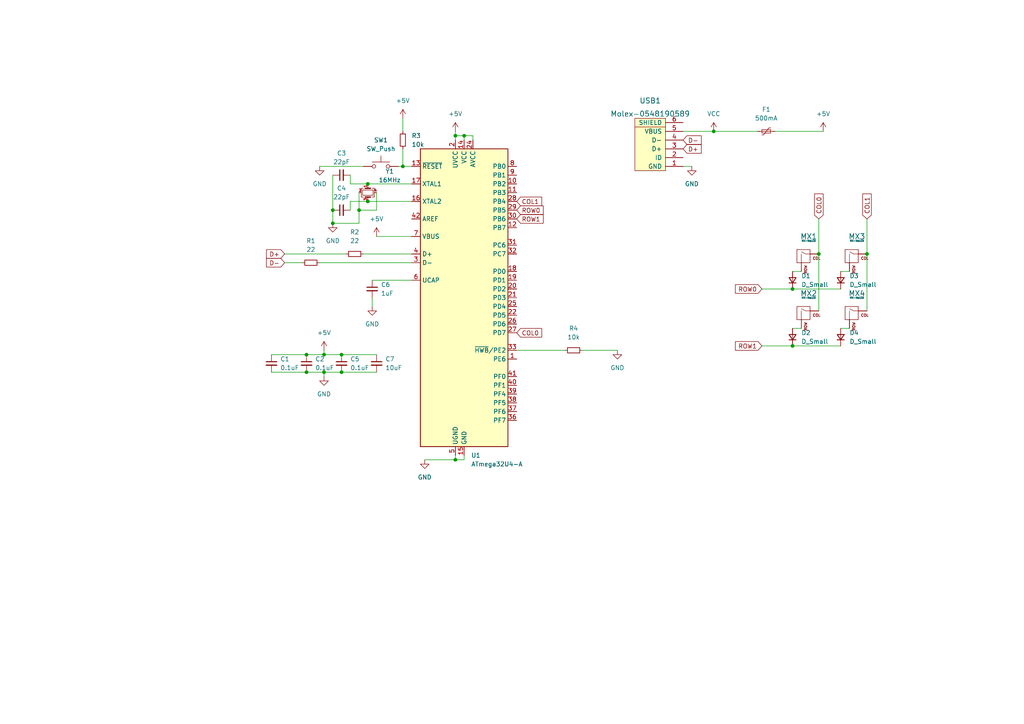
<source format=kicad_sch>
(kicad_sch (version 20211123) (generator eeschema)
  (paper "A4")
  (lib_symbols
    (symbol "Device:C_Small" (pin_numbers hide) (pin_names (offset 0.254) hide)
      (property "Reference" "C" (at 0.254 1.778 0))
      (property "Value" "C_Small" (at 0.254 -2.032 0))
      (symbol "C_Small_0_1"
        (polyline (pts (xy -1.524 -0.508) (xy 1.524 -0.508)) (stroke (width 0.3302)))
        (polyline (pts (xy -1.524 0.508) (xy 1.524 0.508)) (stroke (width 0.3048)))
      )
      (symbol "C_Small_1_1"
        (pin passive line (at 0 2.54 270) (length 2.032) (name "~") (number "1"))
        (pin passive line (at 0 -2.54 90) (length 2.032) (name "~") (number "2"))
      )
    )
    (symbol "Device:Crystal_GND24_Small" (pin_names (offset 1.016) hide)
      (property "Reference" "Y" (at 1.27 4.445 0))
      (property "Value" "Crystal_GND24_Small" (at 1.27 2.54 0))
      (symbol "Crystal_GND24_Small_0_1"
        (rectangle (start -0.762 -1.524) (end 0.762 1.524))
        (polyline (pts (xy -1.27 -0.762) (xy -1.27 0.762)) (stroke (width 0.381)))
        (polyline (pts (xy 1.27 -0.762) (xy 1.27 0.762)) (stroke (width 0.381)))
        (polyline (pts (xy -1.27 -1.27) (xy -1.27 -1.905) (xy 1.27 -1.905) (xy 1.27 -1.27)))
        (polyline (pts (xy -1.27 1.27) (xy -1.27 1.905) (xy 1.27 1.905) (xy 1.27 1.27)))
      )
      (symbol "Crystal_GND24_Small_1_1"
        (pin passive line (at -2.54 0 0) (length 1.27) (name "1") (number "1"))
        (pin passive line (at 0 -2.54 90) (length 0.635) (name "2") (number "2"))
        (pin passive line (at 2.54 0 180) (length 1.27) (name "3") (number "3"))
        (pin passive line (at 0 2.54 270) (length 0.635) (name "4") (number "4"))
      )
    )
    (symbol "Device:D_Small" (pin_numbers hide) (pin_names (offset 0.254) hide)
      (property "Reference" "D" (at -1.27 2.032 0))
      (property "Value" "D_Small" (at -3.81 -2.032 0))
      (symbol "D_Small_0_1"
        (polyline (pts (xy -0.762 -1.016) (xy -0.762 1.016)) (stroke (width 0.254)))
        (polyline (pts (xy -0.762 0) (xy 0.762 0)))
        (polyline (pts (xy 0.762 -1.016) (xy -0.762 0) (xy 0.762 1.016) (xy 0.762 -1.016)) (stroke (width 0.254)))
      )
      (symbol "D_Small_1_1"
        (pin passive line (at -2.54 0 0) (length 1.778) (name "K") (number "1"))
        (pin passive line (at 2.54 0 180) (length 1.778) (name "A") (number "2"))
      )
    )
    (symbol "Device:Polyfuse_Small" (pin_numbers hide) (pin_names (offset 0))
      (property "Reference" "F" (at -1.905 0 90))
      (property "Value" "Polyfuse_Small" (at 1.905 0 90))
      (symbol "Polyfuse_Small_0_1"
        (rectangle (start -0.508 1.27) (end 0.508 -1.27))
        (polyline (pts (xy 0 2.54) (xy 0 -2.54)))
        (polyline (pts (xy -1.016 1.27) (xy -1.016 0.762) (xy 1.016 -0.762) (xy 1.016 -1.27)))
      )
      (symbol "Polyfuse_Small_1_1"
        (pin passive line (at 0 2.54 270) (length 0.635) (name "~") (number "1"))
        (pin passive line (at 0 -2.54 90) (length 0.635) (name "~") (number "2"))
      )
    )
    (symbol "Device:R_Small" (pin_numbers hide) (pin_names (offset 0.254) hide)
      (property "Reference" "R" (at 0.762 0.508 0))
      (property "Value" "R_Small" (at 0.762 -1.016 0))
      (symbol "R_Small_0_1"
        (rectangle (start -0.762 1.778) (end 0.762 -1.778) (stroke (width 0.2032)))
      )
      (symbol "R_Small_1_1"
        (pin passive line (at 0 2.54 270) (length 0.762) (name "~") (number "1"))
        (pin passive line (at 0 -2.54 90) (length 0.762) (name "~") (number "2"))
      )
    )
    (symbol "MCU_Microchip_ATmega:ATmega32U4-A"
      (property "Reference" "U" (at -12.7 44.45 0))
      (property "Value" "ATmega32U4-A" (at 2.54 -44.45 0))
      (symbol "ATmega32U4-A_0_1"
        (rectangle (start -12.7 -43.18) (end 12.7 43.18) (stroke (width 0.254)) (fill (type background)))
      )
      (symbol "ATmega32U4-A_1_1"
        (pin bidirectional line (at 15.24 -17.78 180) (length 2.54) (name "PE6") (number "1"))
        (pin bidirectional line (at 15.24 33.02 180) (length 2.54) (name "PB2") (number "10"))
        (pin bidirectional line (at 15.24 30.48 180) (length 2.54) (name "PB3") (number "11"))
        (pin bidirectional line (at 15.24 20.32 180) (length 2.54) (name "PB7") (number "12"))
        (pin input line (at -15.24 38.1 0) (length 2.54) (name "~{RESET}") (number "13"))
        (pin power_in line (at 0 45.72 270) (length 2.54) (name "VCC") (number "14"))
        (pin power_in line (at 0 -45.72 90) (length 2.54) (name "GND") (number "15"))
        (pin output line (at -15.24 27.94 0) (length 2.54) (name "XTAL2") (number "16"))
        (pin input line (at -15.24 33.02 0) (length 2.54) (name "XTAL1") (number "17"))
        (pin bidirectional line (at 15.24 7.62 180) (length 2.54) (name "PD0") (number "18"))
        (pin bidirectional line (at 15.24 5.08 180) (length 2.54) (name "PD1") (number "19"))
        (pin power_in line (at -2.54 45.72 270) (length 2.54) (name "UVCC") (number "2"))
        (pin bidirectional line (at 15.24 2.54 180) (length 2.54) (name "PD2") (number "20"))
        (pin bidirectional line (at 15.24 0 180) (length 2.54) (name "PD3") (number "21"))
        (pin bidirectional line (at 15.24 -5.08 180) (length 2.54) (name "PD5") (number "22"))
        (pin passive line (at 0 -45.72 90) (length 2.54) hide (name "GND") (number "23"))
        (pin power_in line (at 2.54 45.72 270) (length 2.54) (name "AVCC") (number "24"))
        (pin bidirectional line (at 15.24 -2.54 180) (length 2.54) (name "PD4") (number "25"))
        (pin bidirectional line (at 15.24 -7.62 180) (length 2.54) (name "PD6") (number "26"))
        (pin bidirectional line (at 15.24 -10.16 180) (length 2.54) (name "PD7") (number "27"))
        (pin bidirectional line (at 15.24 27.94 180) (length 2.54) (name "PB4") (number "28"))
        (pin bidirectional line (at 15.24 25.4 180) (length 2.54) (name "PB5") (number "29"))
        (pin bidirectional line (at -15.24 10.16 0) (length 2.54) (name "D-") (number "3"))
        (pin bidirectional line (at 15.24 22.86 180) (length 2.54) (name "PB6") (number "30"))
        (pin bidirectional line (at 15.24 15.24 180) (length 2.54) (name "PC6") (number "31"))
        (pin bidirectional line (at 15.24 12.7 180) (length 2.54) (name "PC7") (number "32"))
        (pin bidirectional line (at 15.24 -15.24 180) (length 2.54) (name "~{HWB}/PE2") (number "33"))
        (pin passive line (at 0 45.72 270) (length 2.54) hide (name "VCC") (number "34"))
        (pin passive line (at 0 -45.72 90) (length 2.54) hide (name "GND") (number "35"))
        (pin bidirectional line (at 15.24 -35.56 180) (length 2.54) (name "PF7") (number "36"))
        (pin bidirectional line (at 15.24 -33.02 180) (length 2.54) (name "PF6") (number "37"))
        (pin bidirectional line (at 15.24 -30.48 180) (length 2.54) (name "PF5") (number "38"))
        (pin bidirectional line (at 15.24 -27.94 180) (length 2.54) (name "PF4") (number "39"))
        (pin bidirectional line (at -15.24 12.7 0) (length 2.54) (name "D+") (number "4"))
        (pin bidirectional line (at 15.24 -25.4 180) (length 2.54) (name "PF1") (number "40"))
        (pin bidirectional line (at 15.24 -22.86 180) (length 2.54) (name "PF0") (number "41"))
        (pin passive line (at -15.24 22.86 0) (length 2.54) (name "AREF") (number "42"))
        (pin passive line (at 0 -45.72 90) (length 2.54) hide (name "GND") (number "43"))
        (pin passive line (at 2.54 45.72 270) (length 2.54) hide (name "AVCC") (number "44"))
        (pin passive line (at -2.54 -45.72 90) (length 2.54) (name "UGND") (number "5"))
        (pin passive line (at -15.24 5.08 0) (length 2.54) (name "UCAP") (number "6"))
        (pin input line (at -15.24 17.78 0) (length 2.54) (name "VBUS") (number "7"))
        (pin bidirectional line (at 15.24 38.1 180) (length 2.54) (name "PB0") (number "8"))
        (pin bidirectional line (at 15.24 35.56 180) (length 2.54) (name "PB1") (number "9"))
      )
    )
    (symbol "MX_Alps_Hybrid:MX-NoLED" (pin_names (offset 1.016))
      (property "Reference" "MX" (at -0.635 3.81 0))
      (property "Value" "MX-NoLED" (at -0.635 1.27 0))
      (symbol "MX-NoLED_0_0"
        (rectangle (start -2.54 2.54) (end 1.27 -1.27))
        (polyline (pts (xy -1.27 -1.27) (xy -1.27 1.27)) (stroke (width 0.127)))
        (polyline (pts (xy 1.27 1.27) (xy 0 1.27) (xy -1.27 1.905)) (stroke (width 0.127)))
        (text "COL" (at 3.175 0 0) (effects (font (size 0.762 0.762))))
        (text "ROW" (at 0 -1.905 900) (effects (font (size 0.762 0.762)) (justify right)))
      )
      (symbol "MX-NoLED_1_1"
        (pin passive line (at 3.81 1.27 180) (length 2.54) (name "COL") (number "1"))
        (pin passive line (at -1.27 -3.81 90) (length 2.54) (name "ROW") (number "2"))
      )
    )
    (symbol "Switch:SW_Push" (pin_numbers hide) (pin_names (offset 1.016) hide)
      (property "Reference" "SW" (at 1.27 2.54 0))
      (property "Value" "SW_Push" (at 0 -1.524 0))
      (symbol "SW_Push_0_1"
        (circle (center -2.032 0) (radius 0.508))
        (polyline (pts (xy 0 1.27) (xy 0 3.048)))
        (polyline (pts (xy 2.54 1.27) (xy -2.54 1.27)))
        (circle (center 2.032 0) (radius 0.508))
        (pin passive line (at -5.08 0 0) (length 2.54) (name "1") (number "1"))
        (pin passive line (at 5.08 0 180) (length 2.54) (name "2") (number "2"))
      )
    )
    (symbol "power:+5V" (power) (pin_names (offset 0))
      (property "Value" "+5V" (at 0 3.556 0))
      (symbol "+5V_0_1"
        (polyline (pts (xy -0.762 1.27) (xy 0 2.54)))
        (polyline (pts (xy 0 0) (xy 0 2.54)))
        (polyline (pts (xy 0 2.54) (xy 0.762 1.27)))
      )
      (symbol "+5V_1_1"
        (pin power_in line (at 0 0 90) (length 0) hide (name "+5V") (number "1"))
      )
    )
    (symbol "power:GND" (power) (pin_names (offset 0))
      (property "Value" "GND" (at 0 -3.81 0))
      (symbol "GND_0_1"
        (polyline (pts (xy 0 0) (xy 0 -1.27) (xy 1.27 -1.27) (xy 0 -2.54) (xy -1.27 -1.27) (xy 0 -1.27)))
      )
      (symbol "GND_1_1"
        (pin power_in line (at 0 0 270) (length 0) hide (name "GND") (number "1"))
      )
    )
    (symbol "power:VCC" (power) (pin_names (offset 0))
      (property "Value" "VCC" (at 0 3.81 0))
      (symbol "VCC_0_1"
        (polyline (pts (xy -0.762 1.27) (xy 0 2.54)))
        (polyline (pts (xy 0 0) (xy 0 2.54)))
        (polyline (pts (xy 0 2.54) (xy 0.762 1.27)))
      )
      (symbol "VCC_1_1"
        (pin power_in line (at 0 0 90) (length 0) hide (name "VCC") (number "1"))
      )
    )
    (symbol "random-keyboard-parts:Molex-0548190589" (pin_names (offset 1.016))
      (property "Reference" "USB" (at 0 7.62 0))
      (property "Value" "Molex-0548190589" (at 0 10.16 0))
      (symbol "Molex-0548190589_0_0"
        (polyline (pts (xy 6.35 -2.54) (xy 6.35 6.35)))
        (rectangle (start 8.89 -2.54) (end -6.35 6.35) (fill (type background)))
      )
      (symbol "Molex-0548190589_1_1"
        (pin input line (at -5.08 -7.62 90) (length 5.08) (name "GND") (number "1"))
        (pin input line (at -2.54 -7.62 90) (length 5.08) (name "ID") (number "2"))
        (pin input line (at 0 -7.62 90) (length 5.08) (name "D+") (number "3"))
        (pin input line (at 2.54 -7.62 90) (length 5.08) (name "D-") (number "4"))
        (pin input line (at 5.08 -7.62 90) (length 5.08) (name "VBUS") (number "5"))
        (pin input line (at 7.62 -7.62 90) (length 5.08) (name "SHIELD") (number "6"))
      )
    )
  )
  (junction (at 116.84 48.26))
  (junction (at 207.01 38.1))
  (junction (at 251.46 73.66))
  (junction (at 96.52 60.96))
  (junction (at 99.06 107.95))
  (junction (at 93.98 102.87))
  (junction (at 104.14 60.96))
  (junction (at 96.52 64.77))
  (junction (at 93.98 107.95))
  (junction (at 229.87 100.33))
  (junction (at 134.62 39.37))
  (junction (at 88.9 102.87))
  (junction (at 106.68 53.34))
  (junction (at 88.9 107.95))
  (junction (at 132.08 133.35))
  (junction (at 132.08 39.37))
  (junction (at 99.06 102.87))
  (junction (at 237.49 73.66))
  (junction (at 106.68 58.42))
  (junction (at 229.87 83.82))
  (wire (pts (xy 101.6 53.34) (xy 101.6 50.8)))
  (wire (pts (xy 93.98 107.95) (xy 93.98 109.22)))
  (wire (pts (xy 237.49 73.66) (xy 237.49 90.17)))
  (wire (pts (xy 137.16 39.37) (xy 134.62 39.37)))
  (wire (pts (xy 229.87 100.33) (xy 243.84 100.33)))
  (wire (pts (xy 116.84 43.18) (xy 116.84 48.26)))
  (wire (pts (xy 92.71 76.2) (xy 119.38 76.2)))
  (wire (pts (xy 224.79 38.1) (xy 238.76 38.1)))
  (wire (pts (xy 106.68 58.42) (xy 119.38 58.42)))
  (wire (pts (xy 101.6 58.42) (xy 106.68 58.42)))
  (wire (pts (xy 96.52 50.8) (xy 96.52 60.96)))
  (wire (pts (xy 96.52 64.77) (xy 104.14 64.77)))
  (wire (pts (xy 99.06 102.87) (xy 93.98 102.87)))
  (wire (pts (xy 115.57 48.26) (xy 116.84 48.26)))
  (wire (pts (xy 116.84 48.26) (xy 119.38 48.26)))
  (wire (pts (xy 243.84 95.25) (xy 246.38 95.25)))
  (wire (pts (xy 229.87 78.74) (xy 232.41 78.74)))
  (wire (pts (xy 116.84 34.29) (xy 116.84 38.1)))
  (wire (pts (xy 109.22 55.88) (xy 109.22 60.96)))
  (wire (pts (xy 198.12 38.1) (xy 207.01 38.1)))
  (wire (pts (xy 137.16 40.64) (xy 137.16 39.37)))
  (wire (pts (xy 82.55 73.66) (xy 100.33 73.66)))
  (wire (pts (xy 243.84 78.74) (xy 246.38 78.74)))
  (wire (pts (xy 134.62 39.37) (xy 132.08 39.37)))
  (wire (pts (xy 96.52 60.96) (xy 96.52 64.77)))
  (wire (pts (xy 220.98 83.82) (xy 229.87 83.82)))
  (wire (pts (xy 104.14 60.96) (xy 104.14 64.77)))
  (wire (pts (xy 132.08 39.37) (xy 132.08 38.1)))
  (wire (pts (xy 229.87 95.25) (xy 232.41 95.25)))
  (wire (pts (xy 99.06 107.95) (xy 109.22 107.95)))
  (wire (pts (xy 104.14 55.88) (xy 104.14 60.96)))
  (wire (pts (xy 198.12 48.26) (xy 200.66 48.26)))
  (wire (pts (xy 168.91 101.6) (xy 179.07 101.6)))
  (wire (pts (xy 92.71 48.26) (xy 105.41 48.26)))
  (wire (pts (xy 93.98 107.95) (xy 99.06 107.95)))
  (wire (pts (xy 109.22 68.58) (xy 119.38 68.58)))
  (wire (pts (xy 82.55 76.2) (xy 87.63 76.2)))
  (wire (pts (xy 107.95 86.36) (xy 107.95 88.9)))
  (wire (pts (xy 134.62 39.37) (xy 134.62 40.64)))
  (wire (pts (xy 88.9 102.87) (xy 93.98 102.87)))
  (wire (pts (xy 88.9 107.95) (xy 93.98 107.95)))
  (wire (pts (xy 132.08 132.08) (xy 132.08 133.35)))
  (wire (pts (xy 106.68 53.34) (xy 101.6 53.34)))
  (wire (pts (xy 78.74 107.95) (xy 88.9 107.95)))
  (wire (pts (xy 251.46 63.5) (xy 251.46 73.66)))
  (wire (pts (xy 132.08 133.35) (xy 123.19 133.35)))
  (wire (pts (xy 251.46 73.66) (xy 251.46 90.17)))
  (wire (pts (xy 109.22 60.96) (xy 104.14 60.96)))
  (wire (pts (xy 105.41 73.66) (xy 119.38 73.66)))
  (wire (pts (xy 107.95 81.28) (xy 119.38 81.28)))
  (wire (pts (xy 93.98 101.6) (xy 93.98 102.87)))
  (wire (pts (xy 207.01 38.1) (xy 219.71 38.1)))
  (wire (pts (xy 106.68 53.34) (xy 119.38 53.34)))
  (wire (pts (xy 149.86 101.6) (xy 163.83 101.6)))
  (wire (pts (xy 78.74 102.87) (xy 88.9 102.87)))
  (wire (pts (xy 134.62 133.35) (xy 132.08 133.35)))
  (wire (pts (xy 132.08 39.37) (xy 132.08 40.64)))
  (wire (pts (xy 220.98 100.33) (xy 229.87 100.33)))
  (wire (pts (xy 101.6 60.96) (xy 101.6 58.42)))
  (wire (pts (xy 229.87 83.82) (xy 243.84 83.82)))
  (wire (pts (xy 99.06 102.87) (xy 109.22 102.87)))
  (wire (pts (xy 134.62 132.08) (xy 134.62 133.35)))
  (wire (pts (xy 237.49 63.5) (xy 237.49 73.66)))
  (global_label "D+" (shape input) (at 198.12 43.18 0) (property "Intersheet References" "${INTERSHEET_REFS}" (effects hide)))
  (global_label "ROW1" (shape input) (at 149.86 63.5 0) (property "Intersheet References" "${INTERSHEET_REFS}" (effects hide)))
  (global_label "COL0" (shape input) (at 149.86 96.52 0) (property "Intersheet References" "${INTERSHEET_REFS}" (effects hide)))
  (global_label "COL1" (shape input) (at 251.46 63.5 90) (property "Intersheet References" "${INTERSHEET_REFS}" (effects hide)))
  (global_label "D+" (shape input) (at 82.55 73.66 180) (property "Intersheet References" "${INTERSHEET_REFS}" (effects hide)))
  (global_label "ROW0" (shape input) (at 149.86 60.96 0) (property "Intersheet References" "${INTERSHEET_REFS}" (effects hide)))
  (global_label "COL0" (shape input) (at 237.49 63.5 90) (property "Intersheet References" "${INTERSHEET_REFS}" (effects hide)))
  (global_label "COL1" (shape input) (at 149.86 58.42 0) (property "Intersheet References" "${INTERSHEET_REFS}" (effects hide)))
  (global_label "D-" (shape input) (at 198.12 40.64 0) (property "Intersheet References" "${INTERSHEET_REFS}" (effects hide)))
  (global_label "ROW1" (shape input) (at 220.98 100.33 180) (property "Intersheet References" "${INTERSHEET_REFS}" (effects hide)))
  (global_label "ROW0" (shape input) (at 220.98 83.82 180) (property "Intersheet References" "${INTERSHEET_REFS}" (effects hide)))
  (global_label "D-" (shape input) (at 82.55 76.2 180) (property "Intersheet References" "${INTERSHEET_REFS}" (effects hide)))
  (symbol (lib_id "Switch:SW_Push") (at 110.49 48.26 0) (unit 1)
    (property "Reference" "SW1" (at 110.49 40.64 0))
    (property "Value" "SW_Push" (at 110.49 43.18 0))
    (property "Footprint" "random-keyboard-parts:SKQG-1155865" (effects hide))
  )
  (symbol (lib_id "power:+5V") (at 109.22 68.58 0) (unit 1)
    (property "Reference" "#PWR0103" (effects hide))
    (property "Value" "+5V" (at 109.22 63.5 0))
  )
  (symbol (lib_id "Device:C_Small") (at 109.22 105.41 0) (unit 1)
    (property "Reference" "C7" (at 111.76 104.1462 0) (effects (justify left)))
    (property "Value" "10uF" (at 111.76 106.6862 0) (effects (justify left)))
    (property "Footprint" "Capacitor_SMD:C_0805_2012Metric" (effects hide))
  )
  (symbol (lib_id "Device:D_Small") (at 243.84 81.28 90) (unit 1)
    (property "Reference" "D3" (at 246.38 80.0099 90) (effects (justify right)))
    (property "Value" "D_Small" (at 246.38 82.5499 90) (effects (justify right)))
    (property "Footprint" "Diode_SMD:D_SOD-123" (effects hide))
  )
  (symbol (lib_id "Device:D_Small") (at 229.87 81.28 90) (unit 1)
    (property "Reference" "D1" (at 232.41 80.0099 90) (effects (justify right)))
    (property "Value" "D_Small" (at 232.41 82.5499 90) (effects (justify right)))
    (property "Footprint" "Diode_SMD:D_SOD-123" (effects hide))
  )
  (symbol (lib_id "Device:C_Small") (at 88.9 105.41 0) (unit 1)
    (property "Reference" "C2" (at 91.44 104.1462 0) (effects (justify left)))
    (property "Value" "0.1uF" (at 91.44 106.6862 0) (effects (justify left)))
    (property "Footprint" "Capacitor_SMD:C_0805_2012Metric" (effects hide))
  )
  (symbol (lib_id "Device:Crystal_GND24_Small") (at 106.68 55.88 270) (unit 1)
    (property "Reference" "Y1" (at 113.03 50.4188 90) (effects (justify bottom)))
    (property "Value" "16MHz" (at 113.03 52.9588 90) (effects (justify bottom)))
    (property "Footprint" "Crystal:Crystal_SMD_3225-4Pin_3.2x2.5mm" (effects hide))
  )
  (symbol (lib_id "random-keyboard-parts:Molex-0548190589") (at 190.5 43.18 90) (unit 1)
    (property "Reference" "USB1" (at 188.595 29.21 90) (effects (font (size 1.524 1.524))))
    (property "Value" "Molex-0548190589" (at 188.595 33.02 90) (effects (font (size 1.524 1.524))))
    (property "Footprint" "random-keyboard-parts:Molex-0548190589" (effects hide))
  )
  (symbol (lib_id "Device:R_Small") (at 90.17 76.2 90) (unit 1)
    (property "Reference" "R1" (at 90.17 69.85 90))
    (property "Value" "22" (at 90.17 72.39 90))
    (property "Footprint" "Resistor_SMD:R_0805_2012Metric" (effects hide))
  )
  (symbol (lib_id "Device:Polyfuse_Small") (at 222.25 38.1 90) (unit 1)
    (property "Reference" "F1" (at 222.25 31.75 90))
    (property "Value" "500mA" (at 222.25 34.29 90))
    (property "Footprint" "Fuse:Fuse_1206_3216Metric" (effects hide))
  )
  (symbol (lib_id "MX_Alps_Hybrid:MX-NoLED") (at 247.65 74.93 0) (unit 1)
    (property "Reference" "MX3" (at 248.5356 68.58 0) (effects (font (size 1.524 1.524))))
    (property "Value" "MX-NoLED" (at 248.5356 69.85 0) (effects (font (size 0.508 0.508))))
    (property "Footprint" "Button_Switch_Keyboard:SW_Cherry_MX_1.00u_PCB" (effects hide))
  )
  (symbol (lib_id "Device:C_Small") (at 107.95 83.82 0) (unit 1)
    (property "Reference" "C6" (at 110.49 82.5562 0) (effects (justify left)))
    (property "Value" "1uF" (at 110.49 85.0962 0) (effects (justify left)))
    (property "Footprint" "Capacitor_SMD:C_0805_2012Metric" (effects hide))
  )
  (symbol (lib_id "power:+5V") (at 238.76 38.1 0) (unit 1)
    (property "Reference" "#PWR0113" (effects hide))
    (property "Value" "+5V" (at 238.76 33.02 0))
  )
  (symbol (lib_id "power:GND") (at 92.71 48.26 0) (unit 1)
    (property "Reference" "#PWR0105" (effects hide))
    (property "Value" "GND" (at 92.71 53.34 0))
  )
  (symbol (lib_id "MCU_Microchip_ATmega:ATmega32U4-A") (at 134.62 86.36 0) (unit 1)
    (property "Reference" "U1" (at 136.6394 132.08 0) (effects (justify left)))
    (property "Value" "ATmega32U4-A" (at 136.6394 134.62 0) (effects (justify left)))
    (property "Footprint" "Package_QFP:TQFP-44_10x10mm_P0.8mm" (effects hide))
    (property "Datasheet" "http://ww1.microchip.com/downloads/en/DeviceDoc/Atmel-7766-8-bit-AVR-ATmega16U4-32U4_Datasheet.pdf" (effects hide))
  )
  (symbol (lib_id "MX_Alps_Hybrid:MX-NoLED") (at 247.65 91.44 0) (unit 1)
    (property "Reference" "MX4" (at 248.5356 85.09 0) (effects (font (size 1.524 1.524))))
    (property "Value" "MX-NoLED" (at 248.5356 86.36 0) (effects (font (size 0.508 0.508))))
    (property "Footprint" "Button_Switch_Keyboard:SW_Cherry_MX_1.00u_PCB" (effects hide))
  )
  (symbol (lib_id "power:GND") (at 123.19 133.35 0) (unit 1)
    (property "Reference" "#PWR0109" (effects hide))
    (property "Value" "GND" (at 123.19 138.43 0))
  )
  (symbol (lib_id "power:GND") (at 107.95 88.9 0) (unit 1)
    (property "Reference" "#PWR0108" (effects hide))
    (property "Value" "GND" (at 107.95 93.98 0))
  )
  (symbol (lib_id "Device:C_Small") (at 78.74 105.41 0) (unit 1)
    (property "Reference" "C1" (at 81.28 104.1462 0) (effects (justify left)))
    (property "Value" "0.1uF" (at 81.28 106.6862 0) (effects (justify left)))
    (property "Footprint" "Capacitor_SMD:C_0805_2012Metric" (effects hide))
  )
  (symbol (lib_id "MX_Alps_Hybrid:MX-NoLED") (at 233.68 91.44 0) (unit 1)
    (property "Reference" "MX2" (at 234.5656 85.09 0) (effects (font (size 1.524 1.524))))
    (property "Value" "MX-NoLED" (at 234.5656 86.36 0) (effects (font (size 0.508 0.508))))
    (property "Footprint" "Button_Switch_Keyboard:SW_Cherry_MX_1.00u_PCB" (effects hide))
  )
  (symbol (lib_id "Device:R_Small") (at 116.84 40.64 0) (unit 1)
    (property "Reference" "R3" (at 119.38 39.3699 0) (effects (justify left)))
    (property "Value" "10k" (at 119.38 41.9099 0) (effects (justify left)))
    (property "Footprint" "Resistor_SMD:R_0805_2012Metric" (effects hide))
  )
  (symbol (lib_id "power:GND") (at 200.66 48.26 0) (unit 1)
    (property "Reference" "#PWR0111" (effects hide))
    (property "Value" "GND" (at 200.66 53.34 0))
  )
  (symbol (lib_id "power:GND") (at 96.52 64.77 0) (unit 1)
    (property "Reference" "#PWR0104" (effects hide))
    (property "Value" "GND" (at 96.52 69.85 0))
  )
  (symbol (lib_id "power:VCC") (at 207.01 38.1 0) (unit 1)
    (property "Reference" "#PWR0112" (effects hide))
    (property "Value" "VCC" (at 207.01 33.02 0))
  )
  (symbol (lib_id "power:+5V") (at 116.84 34.29 0) (unit 1)
    (property "Reference" "#PWR0106" (effects hide))
    (property "Value" "+5V" (at 116.84 29.21 0))
  )
  (symbol (lib_id "Device:C_Small") (at 99.06 60.96 90) (unit 1)
    (property "Reference" "C4" (at 99.0663 54.61 90))
    (property "Value" "22pF" (at 99.0663 57.15 90))
    (property "Footprint" "Capacitor_SMD:C_0805_2012Metric" (effects hide))
  )
  (symbol (lib_id "Device:D_Small") (at 229.87 97.79 90) (unit 1)
    (property "Reference" "D2" (at 232.41 96.5199 90) (effects (justify right)))
    (property "Value" "D_Small" (at 232.41 99.0599 90) (effects (justify right)))
    (property "Footprint" "Diode_SMD:D_SOD-123" (effects hide))
  )
  (symbol (lib_id "power:GND") (at 93.98 109.22 0) (unit 1)
    (property "Reference" "#PWR0101" (effects hide))
    (property "Value" "GND" (at 93.98 114.3 0))
  )
  (symbol (lib_id "Device:C_Small") (at 99.06 105.41 0) (unit 1)
    (property "Reference" "C5" (at 101.6 104.1462 0) (effects (justify left)))
    (property "Value" "0.1uF" (at 101.6 106.6862 0) (effects (justify left)))
    (property "Footprint" "Capacitor_SMD:C_0805_2012Metric" (effects hide))
  )
  (symbol (lib_id "Device:D_Small") (at 243.84 97.79 90) (unit 1)
    (property "Reference" "D4" (at 246.38 96.5199 90) (effects (justify right)))
    (property "Value" "D_Small" (at 246.38 99.0599 90) (effects (justify right)))
    (property "Footprint" "Diode_SMD:D_SOD-123" (effects hide))
  )
  (symbol (lib_id "Device:R_Small") (at 102.87 73.66 90) (unit 1)
    (property "Reference" "R2" (at 102.87 67.31 90))
    (property "Value" "22" (at 102.87 69.85 90))
    (property "Footprint" "Resistor_SMD:R_0805_2012Metric" (effects hide))
  )
  (symbol (lib_id "MX_Alps_Hybrid:MX-NoLED") (at 233.68 74.93 0) (unit 1)
    (property "Reference" "MX1" (at 234.5656 68.58 0) (effects (font (size 1.524 1.524))))
    (property "Value" "MX-NoLED" (at 234.5656 69.85 0) (effects (font (size 0.508 0.508))))
    (property "Footprint" "Button_Switch_Keyboard:SW_Cherry_MX_1.00u_PCB" (effects hide))
  )
  (symbol (lib_id "Device:C_Small") (at 99.06 50.8 90) (unit 1)
    (property "Reference" "C3" (at 99.0663 44.45 90))
    (property "Value" "22pF" (at 99.0663 46.99 90))
    (property "Footprint" "Capacitor_SMD:C_0805_2012Metric" (effects hide))
  )
  (symbol (lib_id "power:+5V") (at 93.98 101.6 0) (unit 1)
    (property "Reference" "#PWR0102" (effects hide))
    (property "Value" "+5V" (at 93.98 96.52 0))
  )
  (symbol (lib_id "Device:R_Small") (at 166.37 101.6 90) (unit 1)
    (property "Reference" "R4" (at 166.37 95.25 90))
    (property "Value" "10k" (at 166.37 97.79 90))
    (property "Footprint" "Resistor_SMD:R_0805_2012Metric" (effects hide))
  )
  (symbol (lib_id "power:GND") (at 179.07 101.6 0) (unit 1)
    (property "Reference" "#PWR0110" (effects hide))
    (property "Value" "GND" (at 179.07 106.68 0))
  )
  (symbol (lib_id "power:+5V") (at 132.08 38.1 0) (unit 1)
    (property "Reference" "#PWR0107" (effects hide))
    (property "Value" "+5V" (at 132.08 33.02 0))
  )
)
</source>
